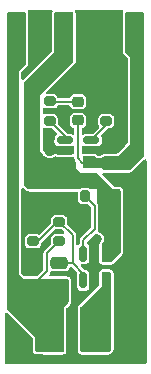
<source format=gbr>
%TF.GenerationSoftware,KiCad,Pcbnew,7.0.1*%
%TF.CreationDate,2024-02-21T11:36:48-08:00*%
%TF.ProjectId,G305_lipo_PMIC,47333035-5f6c-4697-906f-5f504d49432e,rev?*%
%TF.SameCoordinates,Original*%
%TF.FileFunction,Copper,L1,Top*%
%TF.FilePolarity,Positive*%
%FSLAX46Y46*%
G04 Gerber Fmt 4.6, Leading zero omitted, Abs format (unit mm)*
G04 Created by KiCad (PCBNEW 7.0.1) date 2024-02-21 11:36:48*
%MOMM*%
%LPD*%
G01*
G04 APERTURE LIST*
G04 Aperture macros list*
%AMRoundRect*
0 Rectangle with rounded corners*
0 $1 Rounding radius*
0 $2 $3 $4 $5 $6 $7 $8 $9 X,Y pos of 4 corners*
0 Add a 4 corners polygon primitive as box body*
4,1,4,$2,$3,$4,$5,$6,$7,$8,$9,$2,$3,0*
0 Add four circle primitives for the rounded corners*
1,1,$1+$1,$2,$3*
1,1,$1+$1,$4,$5*
1,1,$1+$1,$6,$7*
1,1,$1+$1,$8,$9*
0 Add four rect primitives between the rounded corners*
20,1,$1+$1,$2,$3,$4,$5,0*
20,1,$1+$1,$4,$5,$6,$7,0*
20,1,$1+$1,$6,$7,$8,$9,0*
20,1,$1+$1,$8,$9,$2,$3,0*%
G04 Aperture macros list end*
%TA.AperFunction,SMDPad,CuDef*%
%ADD10R,2.200000X3.900000*%
%TD*%
%TA.AperFunction,SMDPad,CuDef*%
%ADD11C,1.000000*%
%TD*%
%TA.AperFunction,SMDPad,CuDef*%
%ADD12RoundRect,0.075000X-0.675000X-1.425000X0.675000X-1.425000X0.675000X1.425000X-0.675000X1.425000X0*%
%TD*%
%TA.AperFunction,SMDPad,CuDef*%
%ADD13RoundRect,0.250000X0.250000X0.475000X-0.250000X0.475000X-0.250000X-0.475000X0.250000X-0.475000X0*%
%TD*%
%TA.AperFunction,SMDPad,CuDef*%
%ADD14RoundRect,0.200000X-0.275000X0.200000X-0.275000X-0.200000X0.275000X-0.200000X0.275000X0.200000X0*%
%TD*%
%TA.AperFunction,SMDPad,CuDef*%
%ADD15RoundRect,0.200000X0.275000X-0.200000X0.275000X0.200000X-0.275000X0.200000X-0.275000X-0.200000X0*%
%TD*%
%TA.AperFunction,SMDPad,CuDef*%
%ADD16RoundRect,0.250000X-0.475000X0.250000X-0.475000X-0.250000X0.475000X-0.250000X0.475000X0.250000X0*%
%TD*%
%TA.AperFunction,SMDPad,CuDef*%
%ADD17RoundRect,0.200000X-0.200000X-0.275000X0.200000X-0.275000X0.200000X0.275000X-0.200000X0.275000X0*%
%TD*%
%TA.AperFunction,SMDPad,CuDef*%
%ADD18RoundRect,0.150000X-0.512500X-0.150000X0.512500X-0.150000X0.512500X0.150000X-0.512500X0.150000X0*%
%TD*%
%TA.AperFunction,SMDPad,CuDef*%
%ADD19RoundRect,0.250000X0.475000X-0.250000X0.475000X0.250000X-0.475000X0.250000X-0.475000X-0.250000X0*%
%TD*%
%TA.AperFunction,SMDPad,CuDef*%
%ADD20RoundRect,0.150000X-0.150000X0.512500X-0.150000X-0.512500X0.150000X-0.512500X0.150000X0.512500X0*%
%TD*%
%TA.AperFunction,SMDPad,CuDef*%
%ADD21RoundRect,0.218750X-0.256250X0.218750X-0.256250X-0.218750X0.256250X-0.218750X0.256250X0.218750X0*%
%TD*%
%TA.AperFunction,ViaPad*%
%ADD22C,0.800000*%
%TD*%
%TA.AperFunction,Conductor*%
%ADD23C,0.200000*%
%TD*%
G04 APERTURE END LIST*
D10*
%TO.P,L1,1*%
%TO.N,/SW_+1.2V*%
X107700000Y-97000000D03*
%TO.P,L1,2*%
%TO.N,+1.2V*%
X103900000Y-97000000D03*
%TD*%
D11*
%TO.P,TP1,1,1*%
%TO.N,V_BAT*%
X102400000Y-82600000D03*
%TD*%
D12*
%TO.P,J1,1,Pin_1*%
%TO.N,+1.2V*%
X101000000Y-71800000D03*
%TO.P,J1,2,Pin_2*%
%TO.N,GND*%
X103000000Y-71800000D03*
%TO.P,J1,3,Pin_3*%
%TO.N,V_BAT*%
X105000000Y-71800000D03*
%TO.P,J1,4,Pin_4*%
%TO.N,GND*%
X107000000Y-71800000D03*
%TO.P,J1,5,Pin_5*%
X109000000Y-71800000D03*
%TO.P,J1,6,Pin_6*%
%TO.N,V_USB*%
X111000000Y-71800000D03*
%TD*%
D13*
%TO.P,C4,1*%
%TO.N,V_BAT*%
X108550000Y-88000000D03*
%TO.P,C4,2*%
%TO.N,GND*%
X106650000Y-88000000D03*
%TD*%
D14*
%TO.P,R2,1*%
%TO.N,Net-(D1-K)*%
X103800000Y-77775000D03*
%TO.P,R2,2*%
%TO.N,Net-(U1-STAT)*%
X103800000Y-79425000D03*
%TD*%
D15*
%TO.P,R4,1*%
%TO.N,+1.2V*%
X104600000Y-89625001D03*
%TO.P,R4,2*%
%TO.N,/FB_+1.2V*%
X104600000Y-87975001D03*
%TD*%
D16*
%TO.P,C2,1*%
%TO.N,V_BAT*%
X102400000Y-84450000D03*
%TO.P,C2,2*%
%TO.N,GND*%
X102400000Y-86350000D03*
%TD*%
D17*
%TO.P,R3,1*%
%TO.N,Net-(U2-EN)*%
X106775000Y-85800000D03*
%TO.P,R3,2*%
%TO.N,V_BAT*%
X108425000Y-85800000D03*
%TD*%
D18*
%TO.P,U1,1,STAT*%
%TO.N,Net-(U1-STAT)*%
X105062500Y-81050000D03*
%TO.P,U1,2,VSS*%
%TO.N,GND*%
X105062500Y-82000000D03*
%TO.P,U1,3,VBAT*%
%TO.N,V_BAT*%
X105062500Y-82950000D03*
%TO.P,U1,4,VDD*%
%TO.N,V_USB*%
X107337500Y-82950000D03*
%TO.P,U1,5,PROG*%
%TO.N,Net-(U1-PROG)*%
X107337500Y-81050000D03*
%TD*%
D19*
%TO.P,C1,1*%
%TO.N,V_USB*%
X109600000Y-82950000D03*
%TO.P,C1,2*%
%TO.N,GND*%
X109600000Y-81050000D03*
%TD*%
D20*
%TO.P,U2,1,VIN*%
%TO.N,V_BAT*%
X108550000Y-90662500D03*
%TO.P,U2,2,GND*%
%TO.N,GND*%
X107600000Y-90662500D03*
%TO.P,U2,3,EN*%
%TO.N,Net-(U2-EN)*%
X106650000Y-90662500D03*
%TO.P,U2,4,FB*%
%TO.N,/FB_+1.2V*%
X106650000Y-92937500D03*
%TO.P,U2,5,SW*%
%TO.N,/SW_+1.2V*%
X108550000Y-92937500D03*
%TD*%
D11*
%TO.P,TP2,1,1*%
%TO.N,+1.2V*%
X101200000Y-95200000D03*
%TD*%
D15*
%TO.P,R1,1*%
%TO.N,Net-(U1-PROG)*%
X108600000Y-79425000D03*
%TO.P,R1,2*%
%TO.N,GND*%
X108600000Y-77775000D03*
%TD*%
D19*
%TO.P,C3,1*%
%TO.N,+1.2V*%
X104600000Y-93350000D03*
%TO.P,C3,2*%
%TO.N,/FB_+1.2V*%
X104600000Y-91450000D03*
%TD*%
%TO.P,C6,1*%
%TO.N,+1.2V*%
X102400000Y-93350000D03*
%TO.P,C6,2*%
%TO.N,GND*%
X102400000Y-91450000D03*
%TD*%
D11*
%TO.P,TP3,1,1*%
%TO.N,GND*%
X110600000Y-98400000D03*
%TD*%
D21*
%TO.P,D1,1,K*%
%TO.N,Net-(D1-K)*%
X106200000Y-77812500D03*
%TO.P,D1,2,A*%
%TO.N,V_USB*%
X106200000Y-79387500D03*
%TD*%
D15*
%TO.P,R5,1*%
%TO.N,/FB_+1.2V*%
X102400000Y-89625000D03*
%TO.P,R5,2*%
%TO.N,GND*%
X102400000Y-87975000D03*
%TD*%
D22*
%TO.N,GND*%
X108000000Y-82000000D03*
X101000000Y-99000000D03*
X103800000Y-82000000D03*
X111000000Y-89000000D03*
X107800000Y-89400000D03*
X109800000Y-79800000D03*
X109800000Y-93200000D03*
X107250000Y-80000000D03*
X103400000Y-87800000D03*
X105000000Y-79500000D03*
X102800000Y-74000000D03*
X105674500Y-88000000D03*
X109000000Y-74000000D03*
X107000000Y-74000000D03*
X111000000Y-95000000D03*
X110000000Y-97000000D03*
X111000000Y-85000000D03*
X103800000Y-81000000D03*
X105000000Y-77000000D03*
X101800000Y-90600000D03*
X108600000Y-76600000D03*
X104000000Y-86000000D03*
%TD*%
D23*
%TO.N,V_USB*%
X106200000Y-82600000D02*
X106550000Y-82950000D01*
X106200000Y-79387500D02*
X106200000Y-82600000D01*
X106550000Y-82950000D02*
X107337500Y-82950000D01*
%TO.N,+1.2V*%
X103575000Y-90650001D02*
X103575000Y-92175000D01*
X103575000Y-92175000D02*
X102400000Y-93350000D01*
X104600000Y-89625001D02*
X103575000Y-90650001D01*
%TO.N,Net-(D1-K)*%
X106200000Y-77812500D02*
X103837500Y-77812500D01*
X103837500Y-77812500D02*
X103800000Y-77775000D01*
%TO.N,Net-(U1-PROG)*%
X108600000Y-79425000D02*
X108600000Y-79787500D01*
X108600000Y-79787500D02*
X107337500Y-81050000D01*
%TO.N,Net-(U1-STAT)*%
X103812500Y-79425000D02*
X105062500Y-80675000D01*
X103800000Y-79425000D02*
X103812500Y-79425000D01*
X105062500Y-80675000D02*
X105062500Y-81050000D01*
%TO.N,Net-(U2-EN)*%
X107600000Y-86625000D02*
X106775000Y-85800000D01*
X107600000Y-88600000D02*
X107600000Y-86625000D01*
X106650000Y-89550000D02*
X107600000Y-88600000D01*
X106650000Y-90662500D02*
X106650000Y-89550000D01*
%TO.N,/FB_+1.2V*%
X105750000Y-89125001D02*
X104600000Y-87975001D01*
X105750000Y-91450000D02*
X105750000Y-89125001D01*
X104424999Y-87975001D02*
X104600000Y-87975001D01*
X104600000Y-91450000D02*
X105750000Y-91450000D01*
X105750000Y-91450000D02*
X106650000Y-92350000D01*
X102775000Y-89625000D02*
X104424999Y-87975001D01*
X106650000Y-92350000D02*
X106650000Y-92937500D01*
X102400000Y-89625000D02*
X102775000Y-89625000D01*
%TD*%
%TA.AperFunction,Conductor*%
%TO.N,V_BAT*%
G36*
X109738000Y-85216613D02*
G01*
X109783387Y-85262000D01*
X109800000Y-85324000D01*
X109800000Y-90548638D01*
X109790561Y-90596091D01*
X109763681Y-90636319D01*
X109036319Y-91363681D01*
X108996091Y-91390561D01*
X108948638Y-91400000D01*
X108324000Y-91400000D01*
X108262000Y-91383387D01*
X108216613Y-91338000D01*
X108200000Y-91276000D01*
X108200000Y-89907231D01*
X108206581Y-89867372D01*
X108225624Y-89831744D01*
X108228278Y-89828284D01*
X108228282Y-89828282D01*
X108324536Y-89702841D01*
X108385044Y-89556762D01*
X108405682Y-89400000D01*
X108385044Y-89243238D01*
X108324536Y-89097159D01*
X108228282Y-88971717D01*
X108102840Y-88875463D01*
X107967218Y-88819287D01*
X107916878Y-88780967D01*
X107891994Y-88722801D01*
X107899044Y-88659930D01*
X107900500Y-88656172D01*
X107900500Y-88649248D01*
X107903794Y-88620858D01*
X107903819Y-88620749D01*
X107905379Y-88614119D01*
X107901689Y-88587667D01*
X107900500Y-88570536D01*
X107900500Y-86694243D01*
X107903243Y-86677422D01*
X107902772Y-86667236D01*
X107902773Y-86667235D01*
X107900631Y-86620919D01*
X107900500Y-86615195D01*
X107900500Y-86596178D01*
X107898817Y-86581680D01*
X107897585Y-86555008D01*
X107894786Y-86548670D01*
X107886332Y-86521367D01*
X107885061Y-86514567D01*
X107871002Y-86491860D01*
X107862995Y-86476670D01*
X107852206Y-86452235D01*
X107847309Y-86447338D01*
X107829563Y-86424933D01*
X107818572Y-86407181D01*
X107800000Y-86341906D01*
X107800000Y-85200000D01*
X109200000Y-85200000D01*
X109676000Y-85200000D01*
X109738000Y-85216613D01*
G37*
%TD.AperFunction*%
%TD*%
%TA.AperFunction,Conductor*%
%TO.N,+1.2V*%
G36*
X101738000Y-70216613D02*
G01*
X101783387Y-70262000D01*
X101800000Y-70324000D01*
X101800000Y-74548638D01*
X101790561Y-74596091D01*
X101763681Y-74636319D01*
X101200000Y-75199999D01*
X101200000Y-90548715D01*
X101198939Y-90564901D01*
X101194317Y-90600000D01*
X101198939Y-90635099D01*
X101200000Y-90651285D01*
X101200000Y-92400000D01*
X101600000Y-92800000D01*
X101600000Y-96800000D01*
X100236319Y-95436319D01*
X100209439Y-95396091D01*
X100200000Y-95348638D01*
X100200000Y-70324000D01*
X100216613Y-70262000D01*
X100262000Y-70216613D01*
X100324000Y-70200000D01*
X101676000Y-70200000D01*
X101738000Y-70216613D01*
G37*
%TD.AperFunction*%
%TD*%
%TA.AperFunction,Conductor*%
%TO.N,/SW_+1.2V*%
G36*
X108938000Y-92216613D02*
G01*
X108983387Y-92262000D01*
X109000000Y-92324000D01*
X109000000Y-98748638D01*
X108990561Y-98796091D01*
X108963681Y-98836319D01*
X108836319Y-98963681D01*
X108796091Y-98990561D01*
X108748638Y-99000000D01*
X106524000Y-99000000D01*
X106462000Y-98983387D01*
X106416613Y-98938000D01*
X106400000Y-98876000D01*
X106400000Y-95251362D01*
X106409439Y-95203909D01*
X106436319Y-95163681D01*
X106436318Y-95163681D01*
X108200000Y-93400000D01*
X108200000Y-92324000D01*
X108216613Y-92262000D01*
X108262000Y-92216613D01*
X108324000Y-92200000D01*
X108876000Y-92200000D01*
X108938000Y-92216613D01*
G37*
%TD.AperFunction*%
%TD*%
%TA.AperFunction,Conductor*%
%TO.N,+1.2V*%
G36*
X105338000Y-92816613D02*
G01*
X105383387Y-92862000D01*
X105400000Y-92924000D01*
X105400000Y-94748638D01*
X105390561Y-94796091D01*
X105363681Y-94836319D01*
X105000000Y-95199999D01*
X105000000Y-98876000D01*
X104983387Y-98938000D01*
X104938000Y-98983387D01*
X104876000Y-99000000D01*
X103800195Y-99000000D01*
X103799732Y-98999999D01*
X102723537Y-98995980D01*
X102661733Y-98979213D01*
X102616536Y-98933847D01*
X102600000Y-98871981D01*
X102600000Y-97800001D01*
X102599999Y-97799999D01*
X101600000Y-96800000D01*
X101600000Y-92800000D01*
X105276000Y-92800000D01*
X105338000Y-92816613D01*
G37*
%TD.AperFunction*%
%TD*%
%TA.AperFunction,Conductor*%
%TO.N,V_BAT*%
G36*
X103371717Y-82428282D02*
G01*
X103479260Y-82510802D01*
X103497159Y-82524536D01*
X103643238Y-82585044D01*
X103800000Y-82605682D01*
X103956762Y-82585044D01*
X104102841Y-82524536D01*
X104203500Y-82447297D01*
X104266617Y-82422292D01*
X104333444Y-82434274D01*
X104448606Y-82490573D01*
X104516737Y-82500500D01*
X104516740Y-82500500D01*
X105608260Y-82500500D01*
X105608263Y-82500500D01*
X105649139Y-82494543D01*
X105676393Y-82490573D01*
X105719700Y-82469401D01*
X105779132Y-82456902D01*
X105837373Y-82474125D01*
X105880449Y-82516940D01*
X105898027Y-82575075D01*
X105899368Y-82604078D01*
X105899500Y-82609805D01*
X105899500Y-82628819D01*
X105901181Y-82643307D01*
X105902415Y-82669993D01*
X105905213Y-82676330D01*
X105913666Y-82703626D01*
X105914938Y-82710434D01*
X105928997Y-82733140D01*
X105937002Y-82748327D01*
X105947792Y-82772763D01*
X105952688Y-82777659D01*
X105970437Y-82800067D01*
X105981428Y-82817819D01*
X106000000Y-82883094D01*
X106000000Y-83400000D01*
X106400000Y-83800000D01*
X107748638Y-83800000D01*
X107796091Y-83809439D01*
X107836318Y-83836318D01*
X109200000Y-85200000D01*
X107249099Y-85200000D01*
X107192804Y-85186485D01*
X107100302Y-85139353D01*
X107006521Y-85124500D01*
X106543485Y-85124500D01*
X106449695Y-85139354D01*
X106357197Y-85186485D01*
X106300902Y-85200000D01*
X102051362Y-85200000D01*
X102003909Y-85190561D01*
X101963681Y-85163681D01*
X101636319Y-84836319D01*
X101609439Y-84796091D01*
X101600000Y-84748638D01*
X101600000Y-82400000D01*
X103350016Y-82400000D01*
X103371717Y-82428282D01*
G37*
%TD.AperFunction*%
%TD*%
%TA.AperFunction,Conductor*%
%TO.N,V_USB*%
G36*
X107532628Y-82406581D02*
G01*
X107568256Y-82425624D01*
X107571715Y-82428278D01*
X107571718Y-82428282D01*
X107697159Y-82524536D01*
X107843238Y-82585044D01*
X108000000Y-82605682D01*
X108156762Y-82585044D01*
X108302841Y-82524536D01*
X108428282Y-82428282D01*
X108428284Y-82428278D01*
X108431744Y-82425624D01*
X108467372Y-82406581D01*
X108507231Y-82400000D01*
X109600000Y-82400000D01*
X110600000Y-82400000D01*
X110600000Y-83587949D01*
X110596091Y-83590561D01*
X110548638Y-83600000D01*
X108451362Y-83600000D01*
X108403909Y-83590561D01*
X108363681Y-83563681D01*
X108200000Y-83400000D01*
X106724000Y-83400000D01*
X106662000Y-83383387D01*
X106616613Y-83338000D01*
X106600000Y-83276000D01*
X106600000Y-82524000D01*
X106616613Y-82462000D01*
X106662000Y-82416613D01*
X106724000Y-82400000D01*
X107492769Y-82400000D01*
X107532628Y-82406581D01*
G37*
%TD.AperFunction*%
%TD*%
%TA.AperFunction,Conductor*%
%TO.N,V_USB*%
G36*
X111738000Y-70216613D02*
G01*
X111783387Y-70262000D01*
X111800000Y-70324000D01*
X111800000Y-82348638D01*
X111790561Y-82396091D01*
X111763681Y-82436319D01*
X110636319Y-83563681D01*
X110600000Y-83587949D01*
X110600000Y-82400000D01*
X109600000Y-82400000D01*
X110316916Y-81683083D01*
X110330944Y-81671011D01*
X110397150Y-81622150D01*
X110446009Y-81555947D01*
X110458080Y-81541919D01*
X110600000Y-81400000D01*
X110600000Y-74000000D01*
X110236319Y-73636319D01*
X110209439Y-73596091D01*
X110200000Y-73548638D01*
X110200000Y-70324000D01*
X110216613Y-70262000D01*
X110262000Y-70216613D01*
X110324000Y-70200000D01*
X111676000Y-70200000D01*
X111738000Y-70216613D01*
G37*
%TD.AperFunction*%
%TD*%
%TA.AperFunction,Conductor*%
%TO.N,V_BAT*%
G36*
X105738000Y-70216613D02*
G01*
X105783387Y-70262000D01*
X105800000Y-70324000D01*
X105800000Y-74348638D01*
X105790561Y-74396091D01*
X105763681Y-74436319D01*
X103000000Y-77199999D01*
X103000000Y-82000000D01*
X103238663Y-82238663D01*
X103265543Y-82278890D01*
X103275464Y-82302842D01*
X103350016Y-82400000D01*
X101600000Y-82400000D01*
X101600000Y-76251362D01*
X101609439Y-76203909D01*
X101636319Y-76163681D01*
X101636319Y-76163680D01*
X104200000Y-73600000D01*
X104200000Y-70324000D01*
X104216613Y-70262000D01*
X104262000Y-70216613D01*
X104324000Y-70200000D01*
X105676000Y-70200000D01*
X105738000Y-70216613D01*
G37*
%TD.AperFunction*%
%TD*%
%TA.AperFunction,Conductor*%
%TO.N,GND*%
G36*
X111948385Y-82690164D02*
G01*
X111985985Y-82734187D01*
X111999500Y-82790482D01*
X111999500Y-99875500D01*
X111982887Y-99937500D01*
X111937500Y-99982887D01*
X111875500Y-99999500D01*
X100124500Y-99999500D01*
X100062500Y-99982887D01*
X100017113Y-99937500D01*
X100000500Y-99875500D01*
X100000500Y-95790482D01*
X100014015Y-95734187D01*
X100051615Y-95690164D01*
X100105102Y-95668009D01*
X100162818Y-95672551D01*
X100212181Y-95702801D01*
X102358180Y-97848800D01*
X102385060Y-97889028D01*
X102394499Y-97936481D01*
X102394499Y-98871982D01*
X102401468Y-98925042D01*
X102418006Y-98986916D01*
X102438438Y-99036375D01*
X102470955Y-99078887D01*
X102516149Y-99124250D01*
X102516152Y-99124252D01*
X102558540Y-99156925D01*
X102607927Y-99177544D01*
X102669731Y-99194311D01*
X102722770Y-99201479D01*
X102734467Y-99201522D01*
X103798874Y-99205498D01*
X103799485Y-99205498D01*
X103799732Y-99205499D01*
X104876000Y-99205500D01*
X104929188Y-99198498D01*
X104991188Y-99181885D01*
X105040750Y-99161355D01*
X105044255Y-99158664D01*
X105057756Y-99152547D01*
X105078229Y-99138867D01*
X105078231Y-99138867D01*
X105144552Y-99094552D01*
X105188867Y-99028231D01*
X105200500Y-98969748D01*
X105200500Y-98922106D01*
X105201561Y-98905921D01*
X105205500Y-98876001D01*
X106194500Y-98876001D01*
X106201501Y-98929186D01*
X106218116Y-98991192D01*
X106236833Y-99036376D01*
X106238645Y-99040750D01*
X106267909Y-99078887D01*
X106271307Y-99083315D01*
X106316684Y-99128692D01*
X106316688Y-99128695D01*
X106316690Y-99128697D01*
X106359250Y-99161355D01*
X106408812Y-99181885D01*
X106470812Y-99198498D01*
X106493456Y-99201479D01*
X106523999Y-99205500D01*
X106524000Y-99205500D01*
X108748636Y-99205500D01*
X108748638Y-99205500D01*
X108788729Y-99201551D01*
X108788733Y-99201550D01*
X108788735Y-99201550D01*
X108836180Y-99192113D01*
X108845167Y-99188390D01*
X108910262Y-99161427D01*
X108950490Y-99134547D01*
X108981629Y-99108991D01*
X109108991Y-98981629D01*
X109134547Y-98950490D01*
X109161427Y-98910262D01*
X109192112Y-98836182D01*
X109192111Y-98836182D01*
X109192113Y-98836180D01*
X109201550Y-98788735D01*
X109205500Y-98748636D01*
X109205500Y-92323999D01*
X109201981Y-92297272D01*
X109198498Y-92270812D01*
X109181885Y-92208812D01*
X109161355Y-92159250D01*
X109128697Y-92116690D01*
X109128695Y-92116688D01*
X109128692Y-92116684D01*
X109083315Y-92071307D01*
X109083310Y-92071303D01*
X109040750Y-92038645D01*
X109040746Y-92038643D01*
X108991192Y-92018116D01*
X108929186Y-92001501D01*
X108876001Y-91994500D01*
X108876000Y-91994500D01*
X108324000Y-91994500D01*
X108323999Y-91994500D01*
X108270813Y-92001501D01*
X108208807Y-92018116D01*
X108159253Y-92038643D01*
X108116684Y-92071307D01*
X108071307Y-92116684D01*
X108038643Y-92159253D01*
X108018116Y-92208807D01*
X108001501Y-92270813D01*
X107994500Y-92323999D01*
X107994500Y-93263518D01*
X107985061Y-93310971D01*
X107958181Y-93351199D01*
X106291013Y-95018365D01*
X106265448Y-95049514D01*
X106238569Y-95089743D01*
X106207887Y-95163818D01*
X106198449Y-95211264D01*
X106194500Y-95251364D01*
X106194500Y-98876001D01*
X105205500Y-98876001D01*
X105205500Y-95336482D01*
X105214939Y-95289029D01*
X105241816Y-95248803D01*
X105508991Y-94981630D01*
X105534547Y-94950490D01*
X105561427Y-94910262D01*
X105592112Y-94836182D01*
X105592111Y-94836182D01*
X105592113Y-94836180D01*
X105601550Y-94788735D01*
X105605500Y-94748636D01*
X105605500Y-92923999D01*
X105598498Y-92870813D01*
X105598498Y-92870812D01*
X105581885Y-92808812D01*
X105561355Y-92759250D01*
X105528697Y-92716690D01*
X105528695Y-92716688D01*
X105528692Y-92716684D01*
X105483315Y-92671307D01*
X105483310Y-92671303D01*
X105440750Y-92638645D01*
X105440746Y-92638643D01*
X105391192Y-92618116D01*
X105329186Y-92601501D01*
X105276001Y-92594500D01*
X105276000Y-92594500D01*
X103880033Y-92594500D01*
X103824769Y-92581504D01*
X103781089Y-92545241D01*
X103758149Y-92493311D01*
X103760757Y-92436599D01*
X103788366Y-92386994D01*
X103790474Y-92384681D01*
X103794380Y-92380589D01*
X103807174Y-92367797D01*
X103807178Y-92367790D01*
X103807867Y-92367102D01*
X103816922Y-92355671D01*
X103820999Y-92351199D01*
X103834916Y-92335933D01*
X103837415Y-92329479D01*
X103850743Y-92304192D01*
X103854657Y-92298481D01*
X103855706Y-92294022D01*
X103860773Y-92272479D01*
X103865848Y-92256086D01*
X103875500Y-92231173D01*
X103875500Y-92231170D01*
X103880328Y-92218707D01*
X103917158Y-92167756D01*
X103974242Y-92141417D01*
X104036908Y-92146459D01*
X104040301Y-92147646D01*
X104070731Y-92150500D01*
X104070734Y-92150500D01*
X105129266Y-92150500D01*
X105129269Y-92150500D01*
X105144482Y-92149072D01*
X105159699Y-92147646D01*
X105287882Y-92102793D01*
X105287882Y-92102792D01*
X105287884Y-92102792D01*
X105397150Y-92022150D01*
X105477792Y-91912884D01*
X105493000Y-91869422D01*
X105527414Y-91817916D01*
X105582449Y-91789484D01*
X105644369Y-91791221D01*
X105697723Y-91822694D01*
X106120419Y-92245390D01*
X106150429Y-92294022D01*
X106155443Y-92350947D01*
X106151131Y-92380543D01*
X106149501Y-92391737D01*
X106149500Y-92391741D01*
X106149500Y-93483263D01*
X106159426Y-93551390D01*
X106210802Y-93656484D01*
X106293515Y-93739197D01*
X106293516Y-93739197D01*
X106293517Y-93739198D01*
X106398607Y-93790573D01*
X106425860Y-93794543D01*
X106466737Y-93800500D01*
X106466740Y-93800500D01*
X106833260Y-93800500D01*
X106833263Y-93800500D01*
X106867326Y-93795536D01*
X106901393Y-93790573D01*
X107006483Y-93739198D01*
X107089198Y-93656483D01*
X107140573Y-93551393D01*
X107150500Y-93483260D01*
X107150500Y-92391740D01*
X107147011Y-92367797D01*
X107140573Y-92323609D01*
X107140573Y-92323607D01*
X107089198Y-92218517D01*
X107089197Y-92218516D01*
X107089197Y-92218515D01*
X107006484Y-92135802D01*
X106901390Y-92084425D01*
X106834419Y-92074668D01*
X106796688Y-92062796D01*
X106764616Y-92039645D01*
X106462152Y-91737181D01*
X106431902Y-91687818D01*
X106427360Y-91630102D01*
X106449515Y-91576615D01*
X106493538Y-91539015D01*
X106549833Y-91525500D01*
X106833263Y-91525500D01*
X106867326Y-91520536D01*
X106901393Y-91515573D01*
X107006483Y-91464198D01*
X107089198Y-91381483D01*
X107140573Y-91276393D01*
X107150500Y-91208260D01*
X107150500Y-90116740D01*
X107140573Y-90048607D01*
X107089198Y-89943517D01*
X107089197Y-89943516D01*
X107089197Y-89943515D01*
X106991852Y-89846170D01*
X106994037Y-89843984D01*
X106969314Y-89821695D01*
X106950500Y-89756029D01*
X106950500Y-89725833D01*
X106959939Y-89678380D01*
X106986819Y-89638152D01*
X107138041Y-89486930D01*
X107652266Y-88972703D01*
X107702505Y-88942173D01*
X107761163Y-88938215D01*
X107815050Y-88961718D01*
X107842747Y-88982802D01*
X107888577Y-89009144D01*
X107984123Y-89048720D01*
X108012149Y-89064900D01*
X108068768Y-89108345D01*
X108091656Y-89131234D01*
X108135094Y-89187846D01*
X108151278Y-89215877D01*
X108178585Y-89281801D01*
X108186963Y-89313068D01*
X108196277Y-89383813D01*
X108196277Y-89416185D01*
X108186963Y-89486930D01*
X108178585Y-89518196D01*
X108151278Y-89584122D01*
X108135093Y-89612156D01*
X108068833Y-89698508D01*
X108068801Y-89698546D01*
X108059482Y-89710696D01*
X108059447Y-89710739D01*
X108047983Y-89725680D01*
X108046078Y-89730030D01*
X108046778Y-89730404D01*
X108044391Y-89734868D01*
X108044388Y-89734874D01*
X108036832Y-89749008D01*
X108025343Y-89770504D01*
X108007129Y-89824166D01*
X108003826Y-89833896D01*
X107999392Y-89860751D01*
X107997244Y-89873761D01*
X107994500Y-89907231D01*
X107994500Y-91276001D01*
X108001501Y-91329186D01*
X108018116Y-91391192D01*
X108038643Y-91440746D01*
X108038645Y-91440750D01*
X108056637Y-91464197D01*
X108071307Y-91483315D01*
X108116684Y-91528692D01*
X108116688Y-91528695D01*
X108116690Y-91528697D01*
X108159250Y-91561355D01*
X108208812Y-91581885D01*
X108270812Y-91598498D01*
X108293995Y-91601550D01*
X108323999Y-91605500D01*
X108324000Y-91605500D01*
X108948636Y-91605500D01*
X108948638Y-91605500D01*
X108988729Y-91601551D01*
X108988733Y-91601550D01*
X108988735Y-91601550D01*
X109036180Y-91592113D01*
X109045167Y-91588390D01*
X109110262Y-91561427D01*
X109150490Y-91534547D01*
X109181629Y-91508991D01*
X109908991Y-90781629D01*
X109934547Y-90750490D01*
X109961427Y-90710262D01*
X109992112Y-90636182D01*
X109992111Y-90636182D01*
X109992113Y-90636180D01*
X110001550Y-90588735D01*
X110003503Y-90568914D01*
X110005500Y-90548638D01*
X110005500Y-85324000D01*
X109998498Y-85270812D01*
X109981885Y-85208812D01*
X109961355Y-85159250D01*
X109928697Y-85116690D01*
X109928695Y-85116688D01*
X109928692Y-85116684D01*
X109883315Y-85071307D01*
X109883310Y-85071303D01*
X109840750Y-85038645D01*
X109840746Y-85038643D01*
X109791192Y-85018116D01*
X109729186Y-85001501D01*
X109676001Y-84994500D01*
X109676000Y-84994500D01*
X109336482Y-84994500D01*
X109289029Y-84985061D01*
X109248801Y-84958181D01*
X108301984Y-84011364D01*
X108270321Y-83957342D01*
X108269091Y-83894737D01*
X108298607Y-83839513D01*
X108351344Y-83805753D01*
X108405048Y-83802584D01*
X108405209Y-83800954D01*
X108421758Y-83802584D01*
X108451362Y-83805500D01*
X110548636Y-83805500D01*
X110548638Y-83805500D01*
X110588729Y-83801551D01*
X110588733Y-83801550D01*
X110588735Y-83801550D01*
X110636177Y-83792113D01*
X110636177Y-83792112D01*
X110636182Y-83792112D01*
X110710263Y-83761426D01*
X110714172Y-83758814D01*
X110750490Y-83734547D01*
X110781629Y-83708991D01*
X111787819Y-82702801D01*
X111837182Y-82672551D01*
X111894898Y-82668009D01*
X111948385Y-82690164D01*
G37*
%TD.AperFunction*%
%TA.AperFunction,Conductor*%
G36*
X101567818Y-85077551D02*
G01*
X101617180Y-85107800D01*
X101818371Y-85308991D01*
X101849510Y-85334547D01*
X101889738Y-85361427D01*
X101933134Y-85379402D01*
X101963819Y-85392113D01*
X102011264Y-85401550D01*
X102011267Y-85401550D01*
X102011271Y-85401551D01*
X102051362Y-85405500D01*
X106050500Y-85405500D01*
X106112500Y-85422113D01*
X106157887Y-85467500D01*
X106174500Y-85529500D01*
X106174500Y-86106514D01*
X106174501Y-86106518D01*
X106189354Y-86200304D01*
X106189354Y-86200305D01*
X106189355Y-86200306D01*
X106246949Y-86313342D01*
X106336656Y-86403049D01*
X106336658Y-86403050D01*
X106449696Y-86460646D01*
X106543481Y-86475500D01*
X106974166Y-86475499D01*
X107021619Y-86484938D01*
X107061847Y-86511818D01*
X107263181Y-86713152D01*
X107290061Y-86753380D01*
X107299500Y-86800833D01*
X107299500Y-88424167D01*
X107290061Y-88471620D01*
X107263181Y-88511848D01*
X106486475Y-89288552D01*
X106472639Y-89298508D01*
X106434523Y-89340318D01*
X106430573Y-89344454D01*
X106417141Y-89357886D01*
X106408087Y-89369317D01*
X106390083Y-89389067D01*
X106387578Y-89395534D01*
X106374259Y-89420802D01*
X106370343Y-89426518D01*
X106364228Y-89452517D01*
X106359151Y-89468913D01*
X106349500Y-89493827D01*
X106349500Y-89500751D01*
X106346206Y-89529144D01*
X106344621Y-89535881D01*
X106348311Y-89562332D01*
X106349500Y-89579465D01*
X106349500Y-89756029D01*
X106330686Y-89821695D01*
X106305962Y-89843984D01*
X106308148Y-89846170D01*
X106262181Y-89892137D01*
X106212818Y-89922387D01*
X106155102Y-89926929D01*
X106101615Y-89904774D01*
X106064015Y-89860751D01*
X106050500Y-89804456D01*
X106050500Y-89194248D01*
X106053244Y-89177421D01*
X106052773Y-89167238D01*
X106052774Y-89167237D01*
X106050632Y-89120909D01*
X106050500Y-89115183D01*
X106050500Y-89096183D01*
X106048818Y-89081698D01*
X106047585Y-89055010D01*
X106044785Y-89048669D01*
X106036332Y-89021368D01*
X106035061Y-89014569D01*
X106035061Y-89014568D01*
X106020997Y-88991854D01*
X106012994Y-88976670D01*
X106002206Y-88952236D01*
X105997309Y-88947339D01*
X105979563Y-88924934D01*
X105975919Y-88919049D01*
X105954602Y-88902951D01*
X105941648Y-88891678D01*
X105311818Y-88261848D01*
X105284938Y-88221620D01*
X105275499Y-88174171D01*
X105275499Y-87743483D01*
X105260646Y-87649697D01*
X105232965Y-87595371D01*
X105203050Y-87536658D01*
X105113343Y-87446951D01*
X105000302Y-87389354D01*
X104906521Y-87374501D01*
X104293485Y-87374501D01*
X104246589Y-87381928D01*
X104199696Y-87389355D01*
X104199694Y-87389355D01*
X104199693Y-87389356D01*
X104086657Y-87446950D01*
X103996950Y-87536657D01*
X103939353Y-87649698D01*
X103924500Y-87743480D01*
X103924500Y-87999166D01*
X103915061Y-88046619D01*
X103888181Y-88086847D01*
X102953685Y-89021342D01*
X102910442Y-89049425D01*
X102859515Y-89057491D01*
X102809710Y-89044146D01*
X102800304Y-89039353D01*
X102706521Y-89024500D01*
X102093485Y-89024500D01*
X102046589Y-89031927D01*
X101999696Y-89039354D01*
X101999694Y-89039354D01*
X101999693Y-89039355D01*
X101886657Y-89096949D01*
X101796950Y-89186656D01*
X101739353Y-89299697D01*
X101724500Y-89393478D01*
X101724500Y-89856514D01*
X101727100Y-89872929D01*
X101739354Y-89950304D01*
X101739354Y-89950305D01*
X101739355Y-89950306D01*
X101796949Y-90063342D01*
X101886656Y-90153049D01*
X101886658Y-90153050D01*
X101999696Y-90210646D01*
X102093481Y-90225500D01*
X102706518Y-90225499D01*
X102800304Y-90210646D01*
X102913342Y-90153050D01*
X103003050Y-90063342D01*
X103060646Y-89950304D01*
X103075500Y-89856519D01*
X103075499Y-89800831D01*
X103084938Y-89753380D01*
X103111815Y-89713154D01*
X104213153Y-88611816D01*
X104253378Y-88584939D01*
X104300826Y-88575500D01*
X104724165Y-88575500D01*
X104771618Y-88584939D01*
X104811846Y-88611819D01*
X105014519Y-88814492D01*
X105045914Y-88867577D01*
X105047852Y-88929220D01*
X105019854Y-88984173D01*
X104968846Y-89018841D01*
X104916278Y-89023812D01*
X104916278Y-89024501D01*
X104908989Y-89024501D01*
X104907446Y-89024647D01*
X104906523Y-89024501D01*
X104293485Y-89024501D01*
X104246588Y-89031928D01*
X104199696Y-89039355D01*
X104199694Y-89039355D01*
X104199693Y-89039356D01*
X104086657Y-89096950D01*
X103996950Y-89186657D01*
X103939353Y-89299698D01*
X103924500Y-89393480D01*
X103924500Y-89824166D01*
X103915061Y-89871619D01*
X103888181Y-89911847D01*
X103411475Y-90388553D01*
X103397639Y-90398509D01*
X103359523Y-90440319D01*
X103355573Y-90444455D01*
X103342141Y-90457887D01*
X103333087Y-90469318D01*
X103315083Y-90489068D01*
X103312578Y-90495535D01*
X103299259Y-90520803D01*
X103295343Y-90526519D01*
X103289228Y-90552518D01*
X103284151Y-90568914D01*
X103274500Y-90593828D01*
X103274500Y-90600752D01*
X103271206Y-90629145D01*
X103269621Y-90635882D01*
X103273311Y-90662333D01*
X103274500Y-90679466D01*
X103274500Y-91999167D01*
X103265061Y-92046620D01*
X103238181Y-92086848D01*
X102766848Y-92558181D01*
X102726620Y-92585061D01*
X102679167Y-92594500D01*
X101736482Y-92594500D01*
X101689029Y-92585061D01*
X101648801Y-92558181D01*
X101441819Y-92351199D01*
X101414939Y-92310971D01*
X101405500Y-92263518D01*
X101405500Y-90651299D01*
X101405500Y-90651285D01*
X101405060Y-90637843D01*
X101403999Y-90621657D01*
X101403063Y-90612156D01*
X101403063Y-90587842D01*
X101403999Y-90578339D01*
X101404617Y-90568914D01*
X101405060Y-90562157D01*
X101405500Y-90548715D01*
X101405500Y-85195482D01*
X101419015Y-85139187D01*
X101456615Y-85095164D01*
X101510102Y-85073009D01*
X101567818Y-85077551D01*
G37*
%TD.AperFunction*%
%TA.AperFunction,Conductor*%
G36*
X109977276Y-70015142D02*
G01*
X110021925Y-70055610D01*
X110042225Y-70112347D01*
X110033383Y-70171954D01*
X110018114Y-70208814D01*
X110001501Y-70270813D01*
X109994500Y-70323999D01*
X109994500Y-73548636D01*
X109998449Y-73588735D01*
X110007886Y-73636180D01*
X110033307Y-73697548D01*
X110038573Y-73710262D01*
X110065453Y-73750490D01*
X110065458Y-73750496D01*
X110091008Y-73781628D01*
X110358181Y-74048801D01*
X110385061Y-74089029D01*
X110394500Y-74136482D01*
X110394500Y-81263516D01*
X110385061Y-81310969D01*
X110358180Y-81351198D01*
X110312782Y-81396594D01*
X110302301Y-81407891D01*
X110290241Y-81421907D01*
X110280667Y-81433912D01*
X110261298Y-81460158D01*
X110235163Y-81486294D01*
X110208894Y-81505681D01*
X110196905Y-81515241D01*
X110182884Y-81527306D01*
X110171585Y-81537791D01*
X109551198Y-82158181D01*
X109510970Y-82185061D01*
X109463517Y-82194500D01*
X108507231Y-82194500D01*
X108473761Y-82197244D01*
X108473754Y-82197245D01*
X108473755Y-82197245D01*
X108433896Y-82203826D01*
X108433893Y-82203826D01*
X108433893Y-82203827D01*
X108370504Y-82225343D01*
X108349008Y-82236832D01*
X108334874Y-82244388D01*
X108334868Y-82244391D01*
X108330404Y-82246778D01*
X108330030Y-82246078D01*
X108325680Y-82247983D01*
X108310739Y-82259447D01*
X108310696Y-82259482D01*
X108306675Y-82262565D01*
X108306672Y-82262568D01*
X108303212Y-82265222D01*
X108298546Y-82268801D01*
X108298508Y-82268833D01*
X108212156Y-82335093D01*
X108184122Y-82351278D01*
X108118196Y-82378585D01*
X108086930Y-82386963D01*
X108016185Y-82396277D01*
X107983813Y-82396277D01*
X107913068Y-82386963D01*
X107881802Y-82378585D01*
X107815879Y-82351279D01*
X107787844Y-82335094D01*
X107731235Y-82291656D01*
X107693357Y-82262591D01*
X107683513Y-82256244D01*
X107665123Y-82244386D01*
X107629498Y-82225344D01*
X107574665Y-82206732D01*
X107566104Y-82203826D01*
X107526245Y-82197245D01*
X107526243Y-82197244D01*
X107526238Y-82197244D01*
X107492769Y-82194500D01*
X106724000Y-82194500D01*
X106723999Y-82194500D01*
X106670810Y-82201502D01*
X106656592Y-82205312D01*
X106600307Y-82207154D01*
X106549013Y-82183912D01*
X106513288Y-82140380D01*
X106500500Y-82085537D01*
X106500500Y-81630147D01*
X106516061Y-81570006D01*
X106558838Y-81524959D01*
X106618096Y-81506312D01*
X106678960Y-81518746D01*
X106723607Y-81540573D01*
X106740640Y-81543054D01*
X106791737Y-81550500D01*
X106791740Y-81550500D01*
X107883260Y-81550500D01*
X107883263Y-81550500D01*
X107917326Y-81545536D01*
X107951393Y-81540573D01*
X108056483Y-81489198D01*
X108139198Y-81406483D01*
X108190573Y-81301393D01*
X108200500Y-81233260D01*
X108200500Y-80866740D01*
X108190573Y-80798607D01*
X108171434Y-80759457D01*
X108158941Y-80710121D01*
X108167318Y-80659922D01*
X108195152Y-80617318D01*
X108750653Y-80061817D01*
X108790881Y-80034938D01*
X108838334Y-80025499D01*
X108906514Y-80025499D01*
X108906518Y-80025499D01*
X109000304Y-80010646D01*
X109113342Y-79953050D01*
X109203050Y-79863342D01*
X109260646Y-79750304D01*
X109275500Y-79656519D01*
X109275499Y-79193482D01*
X109260646Y-79099696D01*
X109228996Y-79037580D01*
X109203050Y-78986657D01*
X109113343Y-78896950D01*
X109000302Y-78839353D01*
X108906521Y-78824500D01*
X108293485Y-78824500D01*
X108246589Y-78831927D01*
X108199696Y-78839354D01*
X108199694Y-78839354D01*
X108199693Y-78839355D01*
X108086657Y-78896949D01*
X107996950Y-78986656D01*
X107939353Y-79099697D01*
X107924500Y-79193478D01*
X107924500Y-79656514D01*
X107924501Y-79656518D01*
X107939354Y-79750304D01*
X107939354Y-79750305D01*
X107939355Y-79750306D01*
X107990558Y-79850798D01*
X108003903Y-79900603D01*
X107995837Y-79951530D01*
X107967754Y-79994773D01*
X107449348Y-80513181D01*
X107409120Y-80540061D01*
X107361667Y-80549500D01*
X106791737Y-80549500D01*
X106723608Y-80559426D01*
X106678961Y-80581253D01*
X106618096Y-80593688D01*
X106558838Y-80575041D01*
X106516061Y-80529994D01*
X106500500Y-80469853D01*
X106500500Y-80129624D01*
X106514013Y-80073334D01*
X106551607Y-80029312D01*
X106571122Y-80021225D01*
X106569921Y-80018867D01*
X106587418Y-80009951D01*
X106587420Y-80009951D01*
X106705751Y-79949658D01*
X106799658Y-79855751D01*
X106859951Y-79737420D01*
X106871874Y-79662138D01*
X106875500Y-79639248D01*
X106875500Y-79135752D01*
X106859951Y-79037581D01*
X106859951Y-79037580D01*
X106799658Y-78919249D01*
X106705751Y-78825342D01*
X106587420Y-78765049D01*
X106587419Y-78765048D01*
X106587418Y-78765048D01*
X106489248Y-78749500D01*
X106489246Y-78749500D01*
X105910754Y-78749500D01*
X105910752Y-78749500D01*
X105812581Y-78765048D01*
X105694247Y-78825343D01*
X105600343Y-78919247D01*
X105540048Y-79037581D01*
X105524500Y-79135752D01*
X105524500Y-79639248D01*
X105540048Y-79737418D01*
X105540048Y-79737419D01*
X105540049Y-79737420D01*
X105600342Y-79855751D01*
X105694249Y-79949658D01*
X105812580Y-80009951D01*
X105830079Y-80018867D01*
X105828877Y-80021225D01*
X105848393Y-80029312D01*
X105885987Y-80073334D01*
X105899500Y-80129624D01*
X105899500Y-80469853D01*
X105883939Y-80529994D01*
X105841162Y-80575041D01*
X105781904Y-80593688D01*
X105721039Y-80581253D01*
X105676391Y-80559426D01*
X105608263Y-80549500D01*
X105608260Y-80549500D01*
X105413333Y-80549500D01*
X105365880Y-80540061D01*
X105325652Y-80513181D01*
X105309810Y-80497339D01*
X105292063Y-80474933D01*
X105288419Y-80469048D01*
X105267102Y-80452950D01*
X105254148Y-80441677D01*
X104511818Y-79699347D01*
X104484938Y-79659119D01*
X104475499Y-79611670D01*
X104475499Y-79193482D01*
X104460646Y-79099696D01*
X104428996Y-79037580D01*
X104403050Y-78986657D01*
X104313343Y-78896950D01*
X104200302Y-78839353D01*
X104106521Y-78824500D01*
X103493485Y-78824500D01*
X103452736Y-78830953D01*
X103399696Y-78839354D01*
X103399694Y-78839354D01*
X103399694Y-78839355D01*
X103385793Y-78846438D01*
X103324630Y-78859856D01*
X103264709Y-78841679D01*
X103221310Y-78796541D01*
X103205500Y-78735952D01*
X103205500Y-78464048D01*
X103221310Y-78403459D01*
X103264710Y-78358321D01*
X103324632Y-78340144D01*
X103385794Y-78353562D01*
X103399696Y-78360646D01*
X103493481Y-78375500D01*
X104106518Y-78375499D01*
X104200304Y-78360646D01*
X104313342Y-78303050D01*
X104403050Y-78213342D01*
X104403049Y-78213342D01*
X104419681Y-78180704D01*
X104465376Y-78131272D01*
X104530165Y-78113000D01*
X105438881Y-78113000D01*
X105503671Y-78131272D01*
X105549365Y-78180705D01*
X105600341Y-78280750D01*
X105600342Y-78280751D01*
X105694249Y-78374658D01*
X105812580Y-78434951D01*
X105845304Y-78440134D01*
X105910752Y-78450500D01*
X105910754Y-78450500D01*
X106489246Y-78450500D01*
X106489248Y-78450500D01*
X106538332Y-78442725D01*
X106587420Y-78434951D01*
X106705751Y-78374658D01*
X106799658Y-78280751D01*
X106859951Y-78162420D01*
X106875500Y-78064246D01*
X106875500Y-77560754D01*
X106859951Y-77462580D01*
X106799658Y-77344249D01*
X106705751Y-77250342D01*
X106587420Y-77190049D01*
X106587419Y-77190048D01*
X106587418Y-77190048D01*
X106489248Y-77174500D01*
X106489246Y-77174500D01*
X105910754Y-77174500D01*
X105910752Y-77174500D01*
X105812581Y-77190048D01*
X105694247Y-77250343D01*
X105600341Y-77344249D01*
X105549365Y-77444295D01*
X105503671Y-77493728D01*
X105438881Y-77512000D01*
X104568378Y-77512000D01*
X104503588Y-77493727D01*
X104457894Y-77444295D01*
X104406917Y-77344247D01*
X104403050Y-77336657D01*
X104313343Y-77246950D01*
X104200302Y-77189353D01*
X104106521Y-77174500D01*
X103615480Y-77174500D01*
X103559185Y-77160985D01*
X103515162Y-77123385D01*
X103493007Y-77069898D01*
X103497549Y-77012182D01*
X103527797Y-76962821D01*
X105908991Y-74581629D01*
X105934547Y-74550490D01*
X105961427Y-74510262D01*
X105992112Y-74436182D01*
X105992111Y-74436182D01*
X105992113Y-74436180D01*
X106001550Y-74388735D01*
X106005500Y-74348636D01*
X106005500Y-70323999D01*
X105998498Y-70270813D01*
X105998498Y-70270812D01*
X105981885Y-70208812D01*
X105966616Y-70171952D01*
X105957775Y-70112347D01*
X105978075Y-70055610D01*
X106022724Y-70015142D01*
X106081178Y-70000500D01*
X109918822Y-70000500D01*
X109977276Y-70015142D01*
G37*
%TD.AperFunction*%
%TA.AperFunction,Conductor*%
G36*
X103385794Y-80003562D02*
G01*
X103399696Y-80010646D01*
X103493481Y-80025500D01*
X103936666Y-80025499D01*
X103984119Y-80034938D01*
X104024347Y-80061818D01*
X104375066Y-80412537D01*
X104405473Y-80462387D01*
X104409694Y-80520627D01*
X104386792Y-80574341D01*
X104346846Y-80607471D01*
X104260802Y-80693515D01*
X104209426Y-80798609D01*
X104199500Y-80866737D01*
X104199500Y-81233263D01*
X104209426Y-81301390D01*
X104209426Y-81301391D01*
X104209427Y-81301393D01*
X104216020Y-81314879D01*
X104260802Y-81406484D01*
X104343515Y-81489197D01*
X104343516Y-81489197D01*
X104343517Y-81489198D01*
X104448607Y-81540573D01*
X104475860Y-81544543D01*
X104516737Y-81550500D01*
X104516740Y-81550500D01*
X105608260Y-81550500D01*
X105608263Y-81550500D01*
X105649139Y-81544543D01*
X105676393Y-81540573D01*
X105721039Y-81518746D01*
X105781904Y-81506312D01*
X105841162Y-81524959D01*
X105883939Y-81570006D01*
X105899500Y-81630147D01*
X105899500Y-82128128D01*
X105884573Y-82187113D01*
X105843384Y-82231896D01*
X105785852Y-82251694D01*
X105755817Y-82254210D01*
X105736836Y-82255801D01*
X105677409Y-82268299D01*
X105622182Y-82287277D01*
X105621523Y-82285359D01*
X105579855Y-82295000D01*
X104545144Y-82295000D01*
X104490685Y-82282401D01*
X104423697Y-82249653D01*
X104369716Y-82232001D01*
X104369713Y-82232000D01*
X104369712Y-82232000D01*
X104302885Y-82220018D01*
X104298478Y-82219847D01*
X104246121Y-82217815D01*
X104190929Y-82231238D01*
X104127810Y-82256243D01*
X104078398Y-82284263D01*
X104012154Y-82335094D01*
X103984120Y-82351279D01*
X103918196Y-82378585D01*
X103886930Y-82386963D01*
X103816185Y-82396277D01*
X103783813Y-82396277D01*
X103713068Y-82386963D01*
X103681802Y-82378586D01*
X103671472Y-82374307D01*
X103615874Y-82351277D01*
X103587845Y-82335094D01*
X103531236Y-82291656D01*
X103519512Y-82279941D01*
X103518803Y-82280651D01*
X103518795Y-82280643D01*
X103508732Y-82269169D01*
X103508402Y-82268839D01*
X103508163Y-82268528D01*
X103508167Y-82268524D01*
X103508100Y-82268448D01*
X103460744Y-82206732D01*
X103449762Y-82189700D01*
X103436404Y-82164710D01*
X103409533Y-82124497D01*
X103409531Y-82124494D01*
X103409528Y-82124490D01*
X103383973Y-82093353D01*
X103241819Y-81951199D01*
X103214939Y-81910971D01*
X103205500Y-81863518D01*
X103205500Y-80114048D01*
X103221310Y-80053459D01*
X103264710Y-80008321D01*
X103324632Y-79990144D01*
X103385794Y-80003562D01*
G37*
%TD.AperFunction*%
%TA.AperFunction,Conductor*%
G36*
X103977276Y-70015142D02*
G01*
X104021925Y-70055610D01*
X104042225Y-70112347D01*
X104033383Y-70171954D01*
X104018114Y-70208814D01*
X104001501Y-70270813D01*
X103994500Y-70323999D01*
X103994500Y-73463518D01*
X103985061Y-73510971D01*
X103958181Y-73551199D01*
X101617181Y-75892197D01*
X101567818Y-75922447D01*
X101510102Y-75926989D01*
X101456615Y-75904834D01*
X101419015Y-75860811D01*
X101405500Y-75804516D01*
X101405500Y-75336482D01*
X101414939Y-75289029D01*
X101441819Y-75248801D01*
X101908987Y-74781634D01*
X101908987Y-74781633D01*
X101908991Y-74781630D01*
X101934547Y-74750490D01*
X101961427Y-74710262D01*
X101992112Y-74636182D01*
X101992111Y-74636182D01*
X101992113Y-74636180D01*
X102001550Y-74588735D01*
X102005318Y-74550490D01*
X102005500Y-74548638D01*
X102005500Y-70324000D01*
X101998498Y-70270812D01*
X101981885Y-70208812D01*
X101966616Y-70171952D01*
X101957775Y-70112347D01*
X101978075Y-70055610D01*
X102022724Y-70015142D01*
X102081178Y-70000500D01*
X103918822Y-70000500D01*
X103977276Y-70015142D01*
G37*
%TD.AperFunction*%
%TD*%
M02*

</source>
